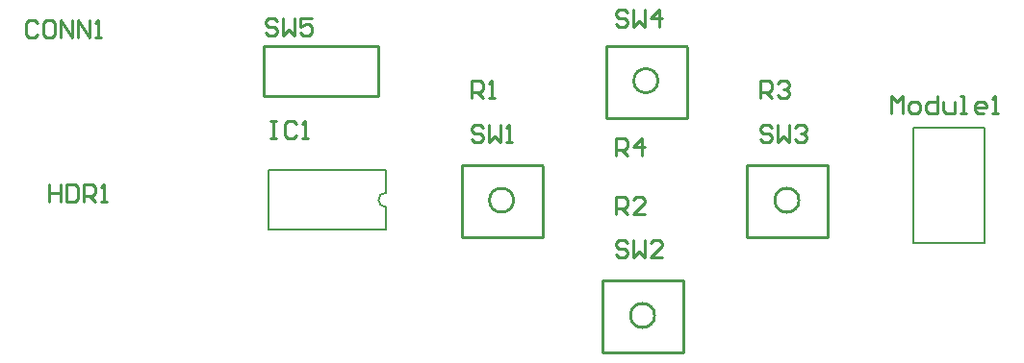
<source format=gto>
G04*
G04 #@! TF.GenerationSoftware,Altium Limited,Altium Designer,18.1.9 (240)*
G04*
G04 Layer_Color=65535*
%FSLAX25Y25*%
%MOIN*%
G70*
G01*
G75*
%ADD10C,0.01000*%
%ADD11C,0.00787*%
D10*
X169539Y64842D02*
G03*
X169539Y64842I-4185J0D01*
G01*
X218398Y24843D02*
G03*
X218398Y24843I-4185J0D01*
G01*
X268398Y64842D02*
G03*
X268398Y64842I-4185J0D01*
G01*
X219539Y106339D02*
G03*
X219539Y106339I-4185J0D01*
G01*
X122638Y101142D02*
Y118386D01*
X83110Y101142D02*
Y118386D01*
X122638D01*
X83110Y101142D02*
X122638D01*
X151575Y51850D02*
Y76850D01*
Y51850D02*
X179527D01*
X151575Y76850D02*
X179331D01*
X179527Y51850D02*
Y76653D01*
X179331Y76850D02*
X179527Y76653D01*
X200433Y11850D02*
Y36850D01*
Y11850D02*
X228386D01*
X200433Y36850D02*
X228189D01*
X228386Y11850D02*
Y36654D01*
X228189Y36850D02*
X228386Y36654D01*
X250433Y51850D02*
Y76850D01*
Y51850D02*
X278386D01*
X250433Y76850D02*
X278189D01*
X278386Y51850D02*
Y76653D01*
X278189Y76850D02*
X278386Y76653D01*
X201575Y93347D02*
Y118347D01*
Y93347D02*
X229528D01*
X201575Y118347D02*
X229331D01*
X229528Y93347D02*
Y118150D01*
X229331Y118347D02*
X229528Y118150D01*
X208999Y129998D02*
X207999Y130998D01*
X206000D01*
X205000Y129998D01*
Y128999D01*
X206000Y127999D01*
X207999D01*
X208999Y126999D01*
Y126000D01*
X207999Y125000D01*
X206000D01*
X205000Y126000D01*
X210998Y130998D02*
Y125000D01*
X212997Y126999D01*
X214997Y125000D01*
Y130998D01*
X219995Y125000D02*
Y130998D01*
X216996Y127999D01*
X220995D01*
X258999Y89998D02*
X257999Y90998D01*
X256000D01*
X255000Y89998D01*
Y88999D01*
X256000Y87999D01*
X257999D01*
X258999Y86999D01*
Y86000D01*
X257999Y85000D01*
X256000D01*
X255000Y86000D01*
X260998Y90998D02*
Y85000D01*
X262997Y86999D01*
X264997Y85000D01*
Y90998D01*
X266996Y89998D02*
X267996Y90998D01*
X269995D01*
X270995Y89998D01*
Y88999D01*
X269995Y87999D01*
X268995D01*
X269995D01*
X270995Y86999D01*
Y86000D01*
X269995Y85000D01*
X267996D01*
X266996Y86000D01*
X208999Y49998D02*
X207999Y50998D01*
X206000D01*
X205000Y49998D01*
Y48999D01*
X206000Y47999D01*
X207999D01*
X208999Y46999D01*
Y46000D01*
X207999Y45000D01*
X206000D01*
X205000Y46000D01*
X210998Y50998D02*
Y45000D01*
X212997Y46999D01*
X214997Y45000D01*
Y50998D01*
X220995Y45000D02*
X216996D01*
X220995Y48999D01*
Y49998D01*
X219995Y50998D01*
X217996D01*
X216996Y49998D01*
X87599Y126898D02*
X86599Y127898D01*
X84600D01*
X83600Y126898D01*
Y125899D01*
X84600Y124899D01*
X86599D01*
X87599Y123899D01*
Y122900D01*
X86599Y121900D01*
X84600D01*
X83600Y122900D01*
X89598Y127898D02*
Y121900D01*
X91597Y123899D01*
X93597Y121900D01*
Y127898D01*
X99595D02*
X95596D01*
Y124899D01*
X97596Y125899D01*
X98595D01*
X99595Y124899D01*
Y122900D01*
X98595Y121900D01*
X96596D01*
X95596Y122900D01*
X158999Y89998D02*
X157999Y90998D01*
X156000D01*
X155000Y89998D01*
Y88999D01*
X156000Y87999D01*
X157999D01*
X158999Y86999D01*
Y86000D01*
X157999Y85000D01*
X156000D01*
X155000Y86000D01*
X160998Y90998D02*
Y85000D01*
X162997Y86999D01*
X164997Y85000D01*
Y90998D01*
X166996Y85000D02*
X168995D01*
X167996D01*
Y90998D01*
X166996Y89998D01*
X205050Y80350D02*
Y86348D01*
X208049D01*
X209049Y85348D01*
Y83349D01*
X208049Y82349D01*
X205050D01*
X207049D02*
X209049Y80350D01*
X214047D02*
Y86348D01*
X211048Y83349D01*
X215047D01*
X255050Y100350D02*
Y106348D01*
X258049D01*
X259049Y105348D01*
Y103349D01*
X258049Y102349D01*
X255050D01*
X257049D02*
X259049Y100350D01*
X261048Y105348D02*
X262048Y106348D01*
X264047D01*
X265047Y105348D01*
Y104349D01*
X264047Y103349D01*
X263047D01*
X264047D01*
X265047Y102349D01*
Y101350D01*
X264047Y100350D01*
X262048D01*
X261048Y101350D01*
X205000Y60000D02*
Y65998D01*
X207999D01*
X208999Y64998D01*
Y62999D01*
X207999Y61999D01*
X205000D01*
X206999D02*
X208999Y60000D01*
X214997D02*
X210998D01*
X214997Y63999D01*
Y64998D01*
X213997Y65998D01*
X211998D01*
X210998Y64998D01*
X155050Y100350D02*
Y106348D01*
X158049D01*
X159049Y105348D01*
Y103349D01*
X158049Y102349D01*
X155050D01*
X157049D02*
X159049Y100350D01*
X161048D02*
X163047D01*
X162048D01*
Y106348D01*
X161048Y105348D01*
X300472Y95039D02*
Y101037D01*
X302472Y99038D01*
X304471Y101037D01*
Y95039D01*
X307470D02*
X309470D01*
X310469Y96039D01*
Y98038D01*
X309470Y99038D01*
X307470D01*
X306470Y98038D01*
Y96039D01*
X307470Y95039D01*
X316467Y101037D02*
Y95039D01*
X313468D01*
X312469Y96039D01*
Y98038D01*
X313468Y99038D01*
X316467D01*
X318467D02*
Y96039D01*
X319466Y95039D01*
X322465D01*
Y99038D01*
X324465Y95039D02*
X326464D01*
X325464D01*
Y101037D01*
X324465D01*
X332462Y95039D02*
X330463D01*
X329463Y96039D01*
Y98038D01*
X330463Y99038D01*
X332462D01*
X333462Y98038D01*
Y97039D01*
X329463D01*
X335461Y95039D02*
X337460D01*
X336461D01*
Y101037D01*
X335461Y100038D01*
X85300Y92350D02*
X87299D01*
X86300D01*
Y86352D01*
X85300D01*
X87299D01*
X94297Y91350D02*
X93297Y92350D01*
X91298D01*
X90298Y91350D01*
Y87352D01*
X91298Y86352D01*
X93297D01*
X94297Y87352D01*
X96296Y86352D02*
X98296D01*
X97296D01*
Y92350D01*
X96296Y91350D01*
X8600Y70398D02*
Y64400D01*
Y67399D01*
X12599D01*
Y70398D01*
Y64400D01*
X14598Y70398D02*
Y64400D01*
X17597D01*
X18597Y65400D01*
Y69398D01*
X17597Y70398D01*
X14598D01*
X20596Y64400D02*
Y70398D01*
X23595D01*
X24595Y69398D01*
Y67399D01*
X23595Y66399D01*
X20596D01*
X22595D02*
X24595Y64400D01*
X26594D02*
X28594D01*
X27594D01*
Y70398D01*
X26594Y69398D01*
X4614Y126383D02*
X3614Y127383D01*
X1615D01*
X615Y126383D01*
Y122385D01*
X1615Y121385D01*
X3614D01*
X4614Y122385D01*
X9612Y127383D02*
X7613D01*
X6613Y126383D01*
Y122385D01*
X7613Y121385D01*
X9612D01*
X10612Y122385D01*
Y126383D01*
X9612Y127383D01*
X12611Y121385D02*
Y127383D01*
X16610Y121385D01*
Y127383D01*
X18609Y121385D02*
Y127383D01*
X22608Y121385D01*
Y127383D01*
X24607Y121385D02*
X26607D01*
X25607D01*
Y127383D01*
X24607Y126383D01*
D11*
X125276Y67500D02*
G03*
X125276Y62500I0J-2500D01*
G01*
X332559Y50033D02*
Y90039D01*
X307953D02*
X332559D01*
X307953Y50033D02*
Y90039D01*
Y50033D02*
X332559D01*
X84724Y54567D02*
X125276D01*
X84724Y75433D02*
X125276D01*
X84724Y54567D02*
Y75433D01*
X125276Y54567D02*
Y62500D01*
Y67500D02*
Y75433D01*
M02*

</source>
